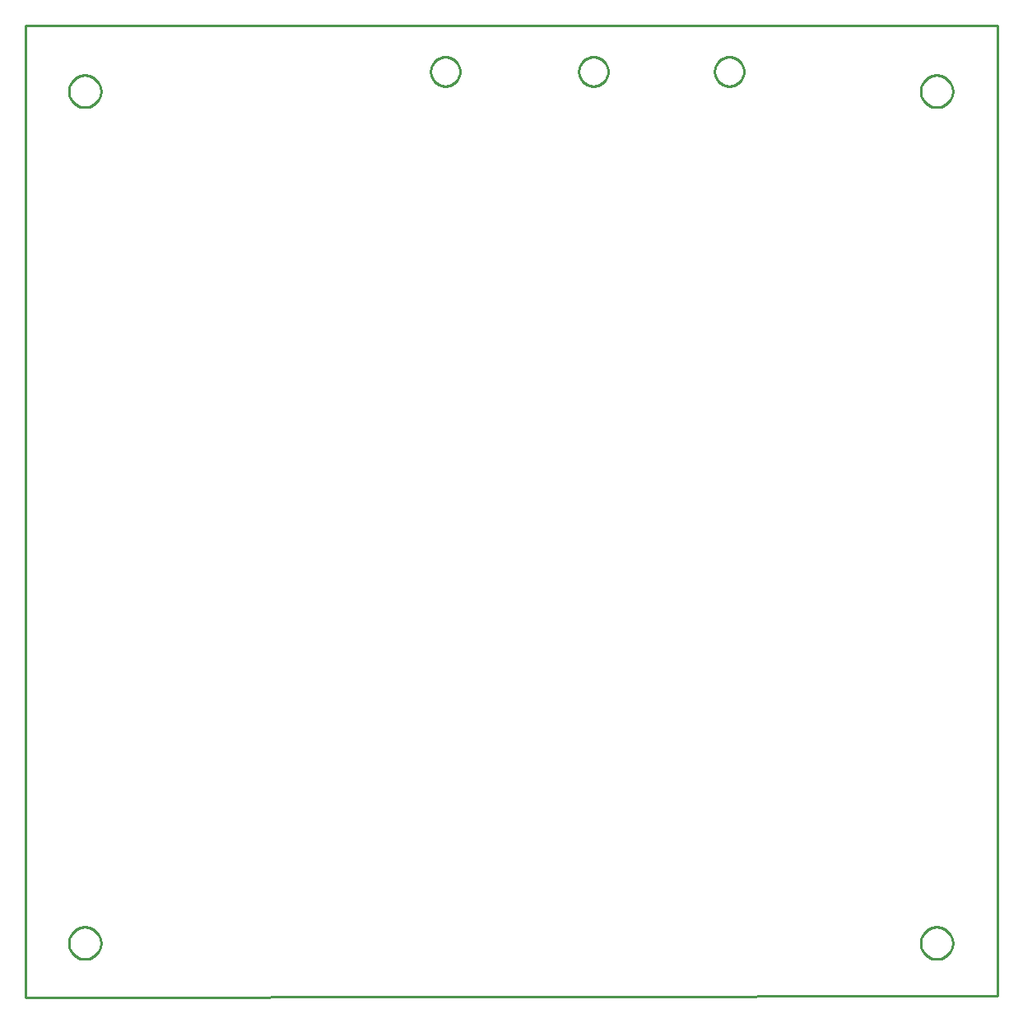
<source format=gbr>
G04 EAGLE Gerber RS-274X export*
G75*
%MOMM*%
%FSLAX34Y34*%
%LPD*%
%IN*%
%IPPOS*%
%AMOC8*
5,1,8,0,0,1.08239X$1,22.5*%
G01*
%ADD10C,0.254000*%


D10*
X0Y0D02*
X1000001Y1270D01*
X1000001Y1000001D01*
X0Y1000001D01*
X0Y0D01*
X416800Y953036D02*
X416876Y954104D01*
X417029Y955165D01*
X417257Y956212D01*
X417559Y957240D01*
X417933Y958244D01*
X418378Y959219D01*
X418892Y960159D01*
X419471Y961060D01*
X420113Y961918D01*
X420815Y962728D01*
X421572Y963485D01*
X422382Y964187D01*
X423240Y964829D01*
X424141Y965408D01*
X425081Y965922D01*
X426056Y966367D01*
X427060Y966741D01*
X428088Y967043D01*
X429135Y967271D01*
X430196Y967424D01*
X431264Y967500D01*
X432336Y967500D01*
X433404Y967424D01*
X434465Y967271D01*
X435512Y967043D01*
X436540Y966741D01*
X437544Y966367D01*
X438519Y965922D01*
X439459Y965408D01*
X440360Y964829D01*
X441218Y964187D01*
X442028Y963485D01*
X442785Y962728D01*
X443487Y961918D01*
X444129Y961060D01*
X444708Y960159D01*
X445222Y959219D01*
X445667Y958244D01*
X446041Y957240D01*
X446343Y956212D01*
X446571Y955165D01*
X446724Y954104D01*
X446800Y953036D01*
X446800Y951964D01*
X446724Y950896D01*
X446571Y949835D01*
X446343Y948788D01*
X446041Y947760D01*
X445667Y946756D01*
X445222Y945781D01*
X444708Y944841D01*
X444129Y943940D01*
X443487Y943082D01*
X442785Y942272D01*
X442028Y941515D01*
X441218Y940813D01*
X440360Y940171D01*
X439459Y939592D01*
X438519Y939078D01*
X437544Y938633D01*
X436540Y938259D01*
X435512Y937957D01*
X434465Y937729D01*
X433404Y937576D01*
X432336Y937500D01*
X431264Y937500D01*
X430196Y937576D01*
X429135Y937729D01*
X428088Y937957D01*
X427060Y938259D01*
X426056Y938633D01*
X425081Y939078D01*
X424141Y939592D01*
X423240Y940171D01*
X422382Y940813D01*
X421572Y941515D01*
X420815Y942272D01*
X420113Y943082D01*
X419471Y943940D01*
X418892Y944841D01*
X418378Y945781D01*
X417933Y946756D01*
X417559Y947760D01*
X417257Y948788D01*
X417029Y949835D01*
X416876Y950896D01*
X416800Y951964D01*
X416800Y953036D01*
X569200Y953036D02*
X569276Y954104D01*
X569429Y955165D01*
X569657Y956212D01*
X569959Y957240D01*
X570333Y958244D01*
X570778Y959219D01*
X571292Y960159D01*
X571871Y961060D01*
X572513Y961918D01*
X573215Y962728D01*
X573972Y963485D01*
X574782Y964187D01*
X575640Y964829D01*
X576541Y965408D01*
X577481Y965922D01*
X578456Y966367D01*
X579460Y966741D01*
X580488Y967043D01*
X581535Y967271D01*
X582596Y967424D01*
X583664Y967500D01*
X584736Y967500D01*
X585804Y967424D01*
X586865Y967271D01*
X587912Y967043D01*
X588940Y966741D01*
X589944Y966367D01*
X590919Y965922D01*
X591859Y965408D01*
X592760Y964829D01*
X593618Y964187D01*
X594428Y963485D01*
X595185Y962728D01*
X595887Y961918D01*
X596529Y961060D01*
X597108Y960159D01*
X597622Y959219D01*
X598067Y958244D01*
X598441Y957240D01*
X598743Y956212D01*
X598971Y955165D01*
X599124Y954104D01*
X599200Y953036D01*
X599200Y951964D01*
X599124Y950896D01*
X598971Y949835D01*
X598743Y948788D01*
X598441Y947760D01*
X598067Y946756D01*
X597622Y945781D01*
X597108Y944841D01*
X596529Y943940D01*
X595887Y943082D01*
X595185Y942272D01*
X594428Y941515D01*
X593618Y940813D01*
X592760Y940171D01*
X591859Y939592D01*
X590919Y939078D01*
X589944Y938633D01*
X588940Y938259D01*
X587912Y937957D01*
X586865Y937729D01*
X585804Y937576D01*
X584736Y937500D01*
X583664Y937500D01*
X582596Y937576D01*
X581535Y937729D01*
X580488Y937957D01*
X579460Y938259D01*
X578456Y938633D01*
X577481Y939078D01*
X576541Y939592D01*
X575640Y940171D01*
X574782Y940813D01*
X573972Y941515D01*
X573215Y942272D01*
X572513Y943082D01*
X571871Y943940D01*
X571292Y944841D01*
X570778Y945781D01*
X570333Y946756D01*
X569959Y947760D01*
X569657Y948788D01*
X569429Y949835D01*
X569276Y950896D01*
X569200Y951964D01*
X569200Y953036D01*
X708900Y953036D02*
X708976Y954104D01*
X709129Y955165D01*
X709357Y956212D01*
X709659Y957240D01*
X710033Y958244D01*
X710478Y959219D01*
X710992Y960159D01*
X711571Y961060D01*
X712213Y961918D01*
X712915Y962728D01*
X713672Y963485D01*
X714482Y964187D01*
X715340Y964829D01*
X716241Y965408D01*
X717181Y965922D01*
X718156Y966367D01*
X719160Y966741D01*
X720188Y967043D01*
X721235Y967271D01*
X722296Y967424D01*
X723364Y967500D01*
X724436Y967500D01*
X725504Y967424D01*
X726565Y967271D01*
X727612Y967043D01*
X728640Y966741D01*
X729644Y966367D01*
X730619Y965922D01*
X731559Y965408D01*
X732460Y964829D01*
X733318Y964187D01*
X734128Y963485D01*
X734885Y962728D01*
X735587Y961918D01*
X736229Y961060D01*
X736808Y960159D01*
X737322Y959219D01*
X737767Y958244D01*
X738141Y957240D01*
X738443Y956212D01*
X738671Y955165D01*
X738824Y954104D01*
X738900Y953036D01*
X738900Y951964D01*
X738824Y950896D01*
X738671Y949835D01*
X738443Y948788D01*
X738141Y947760D01*
X737767Y946756D01*
X737322Y945781D01*
X736808Y944841D01*
X736229Y943940D01*
X735587Y943082D01*
X734885Y942272D01*
X734128Y941515D01*
X733318Y940813D01*
X732460Y940171D01*
X731559Y939592D01*
X730619Y939078D01*
X729644Y938633D01*
X728640Y938259D01*
X727612Y937957D01*
X726565Y937729D01*
X725504Y937576D01*
X724436Y937500D01*
X723364Y937500D01*
X722296Y937576D01*
X721235Y937729D01*
X720188Y937957D01*
X719160Y938259D01*
X718156Y938633D01*
X717181Y939078D01*
X716241Y939592D01*
X715340Y940171D01*
X714482Y940813D01*
X713672Y941515D01*
X712915Y942272D01*
X712213Y943082D01*
X711571Y943940D01*
X710992Y944841D01*
X710478Y945781D01*
X710033Y946756D01*
X709659Y947760D01*
X709357Y948788D01*
X709129Y949835D01*
X708976Y950896D01*
X708900Y951964D01*
X708900Y953036D01*
X953760Y931640D02*
X953689Y930562D01*
X953548Y929491D01*
X953338Y928431D01*
X953058Y927388D01*
X952711Y926365D01*
X952297Y925367D01*
X951820Y924398D01*
X951279Y923462D01*
X950679Y922564D01*
X950022Y921707D01*
X949309Y920895D01*
X948545Y920131D01*
X947733Y919419D01*
X946876Y918761D01*
X945978Y918161D01*
X945042Y917621D01*
X944073Y917143D01*
X943075Y916729D01*
X942052Y916382D01*
X941009Y916102D01*
X939949Y915892D01*
X938878Y915751D01*
X937800Y915680D01*
X936720Y915680D01*
X935642Y915751D01*
X934571Y915892D01*
X933511Y916102D01*
X932468Y916382D01*
X931445Y916729D01*
X930447Y917143D01*
X929478Y917621D01*
X928542Y918161D01*
X927644Y918761D01*
X926787Y919419D01*
X925975Y920131D01*
X925211Y920895D01*
X924499Y921707D01*
X923841Y922564D01*
X923241Y923462D01*
X922701Y924398D01*
X922223Y925367D01*
X921809Y926365D01*
X921462Y927388D01*
X921182Y928431D01*
X920972Y929491D01*
X920831Y930562D01*
X920760Y931640D01*
X920760Y932720D01*
X920831Y933798D01*
X920972Y934869D01*
X921182Y935929D01*
X921462Y936972D01*
X921809Y937995D01*
X922223Y938993D01*
X922701Y939962D01*
X923241Y940898D01*
X923841Y941796D01*
X924499Y942653D01*
X925211Y943465D01*
X925975Y944229D01*
X926787Y944942D01*
X927644Y945599D01*
X928542Y946199D01*
X929478Y946740D01*
X930447Y947217D01*
X931445Y947631D01*
X932468Y947978D01*
X933511Y948258D01*
X934571Y948468D01*
X935642Y948609D01*
X936720Y948680D01*
X937800Y948680D01*
X938878Y948609D01*
X939949Y948468D01*
X941009Y948258D01*
X942052Y947978D01*
X943075Y947631D01*
X944073Y947217D01*
X945042Y946740D01*
X945978Y946199D01*
X946876Y945599D01*
X947733Y944942D01*
X948545Y944229D01*
X949309Y943465D01*
X950022Y942653D01*
X950679Y941796D01*
X951279Y940898D01*
X951820Y939962D01*
X952297Y938993D01*
X952711Y937995D01*
X953058Y936972D01*
X953338Y935929D01*
X953548Y934869D01*
X953689Y933798D01*
X953760Y932720D01*
X953760Y931640D01*
X77460Y931640D02*
X77389Y930562D01*
X77248Y929491D01*
X77038Y928431D01*
X76758Y927388D01*
X76411Y926365D01*
X75997Y925367D01*
X75520Y924398D01*
X74979Y923462D01*
X74379Y922564D01*
X73722Y921707D01*
X73009Y920895D01*
X72245Y920131D01*
X71433Y919419D01*
X70576Y918761D01*
X69678Y918161D01*
X68742Y917621D01*
X67773Y917143D01*
X66775Y916729D01*
X65752Y916382D01*
X64709Y916102D01*
X63649Y915892D01*
X62578Y915751D01*
X61500Y915680D01*
X60420Y915680D01*
X59342Y915751D01*
X58271Y915892D01*
X57211Y916102D01*
X56168Y916382D01*
X55145Y916729D01*
X54147Y917143D01*
X53178Y917621D01*
X52242Y918161D01*
X51344Y918761D01*
X50487Y919419D01*
X49675Y920131D01*
X48911Y920895D01*
X48199Y921707D01*
X47541Y922564D01*
X46941Y923462D01*
X46401Y924398D01*
X45923Y925367D01*
X45509Y926365D01*
X45162Y927388D01*
X44882Y928431D01*
X44672Y929491D01*
X44531Y930562D01*
X44460Y931640D01*
X44460Y932720D01*
X44531Y933798D01*
X44672Y934869D01*
X44882Y935929D01*
X45162Y936972D01*
X45509Y937995D01*
X45923Y938993D01*
X46401Y939962D01*
X46941Y940898D01*
X47541Y941796D01*
X48199Y942653D01*
X48911Y943465D01*
X49675Y944229D01*
X50487Y944942D01*
X51344Y945599D01*
X52242Y946199D01*
X53178Y946740D01*
X54147Y947217D01*
X55145Y947631D01*
X56168Y947978D01*
X57211Y948258D01*
X58271Y948468D01*
X59342Y948609D01*
X60420Y948680D01*
X61500Y948680D01*
X62578Y948609D01*
X63649Y948468D01*
X64709Y948258D01*
X65752Y947978D01*
X66775Y947631D01*
X67773Y947217D01*
X68742Y946740D01*
X69678Y946199D01*
X70576Y945599D01*
X71433Y944942D01*
X72245Y944229D01*
X73009Y943465D01*
X73722Y942653D01*
X74379Y941796D01*
X74979Y940898D01*
X75520Y939962D01*
X75997Y938993D01*
X76411Y937995D01*
X76758Y936972D01*
X77038Y935929D01*
X77248Y934869D01*
X77389Y933798D01*
X77460Y932720D01*
X77460Y931640D01*
X77460Y55340D02*
X77389Y54262D01*
X77248Y53191D01*
X77038Y52131D01*
X76758Y51088D01*
X76411Y50065D01*
X75997Y49067D01*
X75520Y48098D01*
X74979Y47162D01*
X74379Y46264D01*
X73722Y45407D01*
X73009Y44595D01*
X72245Y43831D01*
X71433Y43119D01*
X70576Y42461D01*
X69678Y41861D01*
X68742Y41321D01*
X67773Y40843D01*
X66775Y40429D01*
X65752Y40082D01*
X64709Y39802D01*
X63649Y39592D01*
X62578Y39451D01*
X61500Y39380D01*
X60420Y39380D01*
X59342Y39451D01*
X58271Y39592D01*
X57211Y39802D01*
X56168Y40082D01*
X55145Y40429D01*
X54147Y40843D01*
X53178Y41321D01*
X52242Y41861D01*
X51344Y42461D01*
X50487Y43119D01*
X49675Y43831D01*
X48911Y44595D01*
X48199Y45407D01*
X47541Y46264D01*
X46941Y47162D01*
X46401Y48098D01*
X45923Y49067D01*
X45509Y50065D01*
X45162Y51088D01*
X44882Y52131D01*
X44672Y53191D01*
X44531Y54262D01*
X44460Y55340D01*
X44460Y56420D01*
X44531Y57498D01*
X44672Y58569D01*
X44882Y59629D01*
X45162Y60672D01*
X45509Y61695D01*
X45923Y62693D01*
X46401Y63662D01*
X46941Y64598D01*
X47541Y65496D01*
X48199Y66353D01*
X48911Y67165D01*
X49675Y67929D01*
X50487Y68642D01*
X51344Y69299D01*
X52242Y69899D01*
X53178Y70440D01*
X54147Y70917D01*
X55145Y71331D01*
X56168Y71678D01*
X57211Y71958D01*
X58271Y72168D01*
X59342Y72309D01*
X60420Y72380D01*
X61500Y72380D01*
X62578Y72309D01*
X63649Y72168D01*
X64709Y71958D01*
X65752Y71678D01*
X66775Y71331D01*
X67773Y70917D01*
X68742Y70440D01*
X69678Y69899D01*
X70576Y69299D01*
X71433Y68642D01*
X72245Y67929D01*
X73009Y67165D01*
X73722Y66353D01*
X74379Y65496D01*
X74979Y64598D01*
X75520Y63662D01*
X75997Y62693D01*
X76411Y61695D01*
X76758Y60672D01*
X77038Y59629D01*
X77248Y58569D01*
X77389Y57498D01*
X77460Y56420D01*
X77460Y55340D01*
X953760Y55340D02*
X953689Y54262D01*
X953548Y53191D01*
X953338Y52131D01*
X953058Y51088D01*
X952711Y50065D01*
X952297Y49067D01*
X951820Y48098D01*
X951279Y47162D01*
X950679Y46264D01*
X950022Y45407D01*
X949309Y44595D01*
X948545Y43831D01*
X947733Y43119D01*
X946876Y42461D01*
X945978Y41861D01*
X945042Y41321D01*
X944073Y40843D01*
X943075Y40429D01*
X942052Y40082D01*
X941009Y39802D01*
X939949Y39592D01*
X938878Y39451D01*
X937800Y39380D01*
X936720Y39380D01*
X935642Y39451D01*
X934571Y39592D01*
X933511Y39802D01*
X932468Y40082D01*
X931445Y40429D01*
X930447Y40843D01*
X929478Y41321D01*
X928542Y41861D01*
X927644Y42461D01*
X926787Y43119D01*
X925975Y43831D01*
X925211Y44595D01*
X924499Y45407D01*
X923841Y46264D01*
X923241Y47162D01*
X922701Y48098D01*
X922223Y49067D01*
X921809Y50065D01*
X921462Y51088D01*
X921182Y52131D01*
X920972Y53191D01*
X920831Y54262D01*
X920760Y55340D01*
X920760Y56420D01*
X920831Y57498D01*
X920972Y58569D01*
X921182Y59629D01*
X921462Y60672D01*
X921809Y61695D01*
X922223Y62693D01*
X922701Y63662D01*
X923241Y64598D01*
X923841Y65496D01*
X924499Y66353D01*
X925211Y67165D01*
X925975Y67929D01*
X926787Y68642D01*
X927644Y69299D01*
X928542Y69899D01*
X929478Y70440D01*
X930447Y70917D01*
X931445Y71331D01*
X932468Y71678D01*
X933511Y71958D01*
X934571Y72168D01*
X935642Y72309D01*
X936720Y72380D01*
X937800Y72380D01*
X938878Y72309D01*
X939949Y72168D01*
X941009Y71958D01*
X942052Y71678D01*
X943075Y71331D01*
X944073Y70917D01*
X945042Y70440D01*
X945978Y69899D01*
X946876Y69299D01*
X947733Y68642D01*
X948545Y67929D01*
X949309Y67165D01*
X950022Y66353D01*
X950679Y65496D01*
X951279Y64598D01*
X951820Y63662D01*
X952297Y62693D01*
X952711Y61695D01*
X953058Y60672D01*
X953338Y59629D01*
X953548Y58569D01*
X953689Y57498D01*
X953760Y56420D01*
X953760Y55340D01*
M02*

</source>
